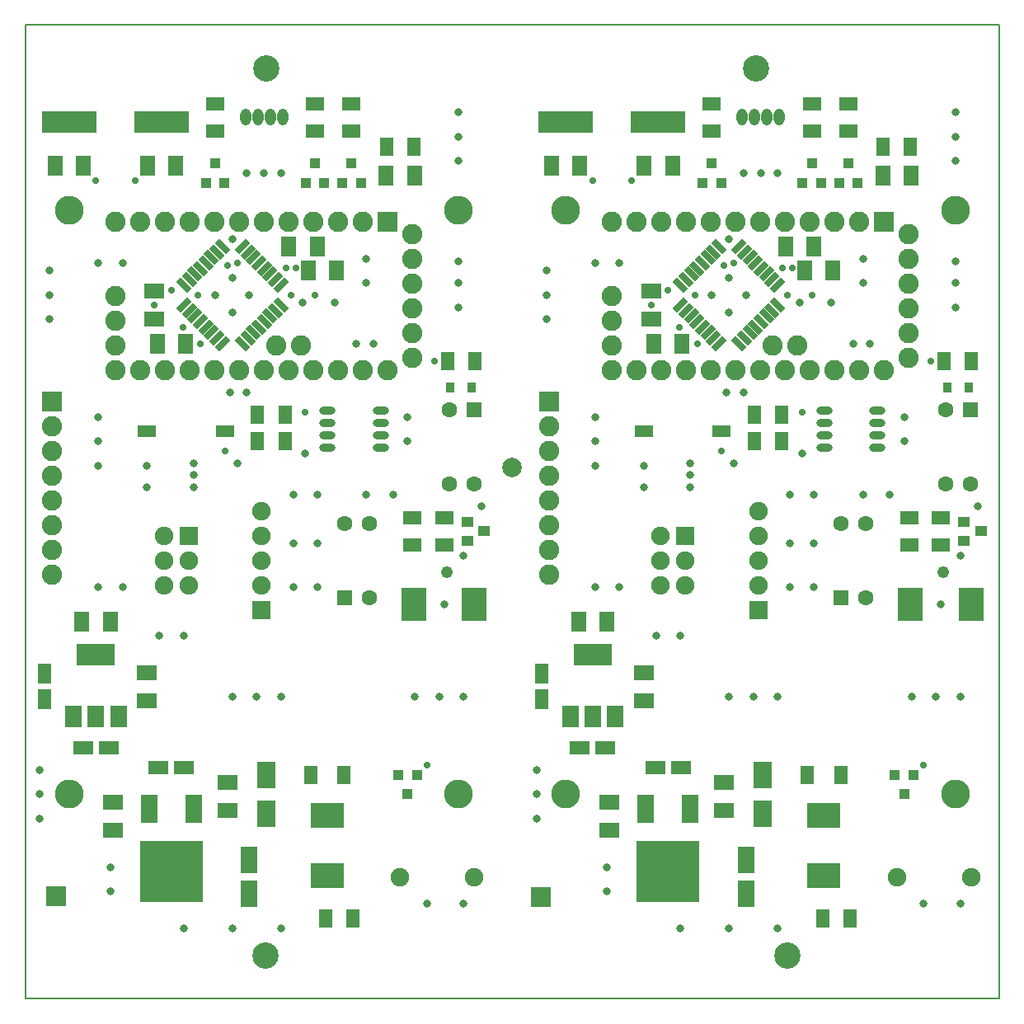
<source format=gts>
G04*
G04 #@! TF.GenerationSoftware,Altium Limited,Altium Designer,21.3.2 (30)*
G04*
G04 Layer_Color=8388736*
%FSLAX25Y25*%
%MOIN*%
G70*
G04*
G04 #@! TF.SameCoordinates,6AF4B204-6769-45D0-A42D-1EC1730201C4*
G04*
G04*
G04 #@! TF.FilePolarity,Negative*
G04*
G01*
G75*
%ADD38C,0.00787*%
%ADD61R,0.05918X0.07887*%
%ADD62R,0.22453X0.08674*%
%ADD63R,0.07480X0.04724*%
%ADD64R,0.07887X0.05918*%
%ADD65R,0.07099X0.10642*%
%ADD66R,0.07887X0.05642*%
%ADD67R,0.05642X0.07887*%
%ADD68R,0.10446X0.13202*%
%ADD69R,0.13202X0.10446*%
%ADD70R,0.07493X0.10642*%
%ADD71R,0.03261X0.04068*%
%ADD72R,0.05721X0.07296*%
%ADD73O,0.06509X0.03162*%
%ADD74R,0.04627X0.03958*%
%ADD75R,0.06706X0.08674*%
%ADD76R,0.15761X0.08674*%
%ADD77R,0.03950X0.04343*%
%ADD78R,0.07296X0.05524*%
%ADD79R,0.05524X0.07296*%
%ADD80R,0.25603X0.24816*%
%ADD81R,0.06706X0.11824*%
G04:AMPARAMS|DCode=82|XSize=25.59mil|YSize=62.99mil|CornerRadius=0mil|HoleSize=0mil|Usage=FLASHONLY|Rotation=225.000|XOffset=0mil|YOffset=0mil|HoleType=Round|Shape=Rectangle|*
%AMROTATEDRECTD82*
4,1,4,-0.01322,0.03132,0.03132,-0.01322,0.01322,-0.03132,-0.03132,0.01322,-0.01322,0.03132,0.0*
%
%ADD82ROTATEDRECTD82*%

G04:AMPARAMS|DCode=83|XSize=25.59mil|YSize=62.99mil|CornerRadius=0mil|HoleSize=0mil|Usage=FLASHONLY|Rotation=315.000|XOffset=0mil|YOffset=0mil|HoleType=Round|Shape=Rectangle|*
%AMROTATEDRECTD83*
4,1,4,-0.03132,-0.01322,0.01322,0.03132,0.03132,0.01322,-0.01322,-0.03132,-0.03132,-0.01322,0.0*
%
%ADD83ROTATEDRECTD83*%

%ADD84C,0.10642*%
%ADD85R,0.07887X0.07887*%
%ADD86C,0.07887*%
%ADD87C,0.08200*%
%ADD88R,0.08200X0.08200*%
%ADD89C,0.07493*%
%ADD90C,0.06312*%
%ADD91R,0.06312X0.06312*%
%ADD92O,0.04343X0.06706*%
%ADD93R,0.07493X0.07493*%
%ADD94R,0.08200X0.08200*%
%ADD95C,0.11627*%
%ADD96C,0.02800*%
%ADD97C,0.03300*%
%ADD98C,0.04800*%
D38*
X0Y0D02*
Y393701D01*
X393701D01*
Y0D02*
Y393701D01*
X0Y0D02*
X393701D01*
D61*
X106496Y304134D02*
D03*
X117913D02*
D03*
X34252Y152559D02*
D03*
X22835D02*
D03*
X53347Y264764D02*
D03*
X64764D02*
D03*
X114370Y294291D02*
D03*
X125787D02*
D03*
X157283Y332677D02*
D03*
X145866D02*
D03*
X49409Y336614D02*
D03*
X60827D02*
D03*
X12008D02*
D03*
X23425D02*
D03*
X307283Y304134D02*
D03*
X318701D02*
D03*
X235039Y152559D02*
D03*
X223622D02*
D03*
X254134Y264764D02*
D03*
X265551D02*
D03*
X315158Y294291D02*
D03*
X326575D02*
D03*
X358071Y332677D02*
D03*
X346654D02*
D03*
X250197Y336614D02*
D03*
X261614D02*
D03*
X212795D02*
D03*
X224213D02*
D03*
D62*
X17717Y354331D02*
D03*
X55118D02*
D03*
X218504D02*
D03*
X255906D02*
D03*
D63*
X49213Y229331D02*
D03*
X80709D02*
D03*
X250000D02*
D03*
X281496D02*
D03*
D64*
X52165Y286221D02*
D03*
Y274803D02*
D03*
X81693Y87402D02*
D03*
Y75984D02*
D03*
X35433Y68110D02*
D03*
Y79528D02*
D03*
X49213Y131693D02*
D03*
Y120276D02*
D03*
X252953Y286221D02*
D03*
Y274803D02*
D03*
X282480Y87402D02*
D03*
Y75984D02*
D03*
X236221Y68110D02*
D03*
Y79528D02*
D03*
X250000Y131693D02*
D03*
Y120276D02*
D03*
D65*
X90551Y56102D02*
D03*
Y42323D02*
D03*
X291339Y56102D02*
D03*
Y42323D02*
D03*
D66*
X64213Y93504D02*
D03*
X53898D02*
D03*
X23386Y101378D02*
D03*
X33701D02*
D03*
X265000Y93504D02*
D03*
X254685D02*
D03*
X224173Y101378D02*
D03*
X234488D02*
D03*
D67*
X7874Y121063D02*
D03*
Y131378D02*
D03*
X208661Y121063D02*
D03*
Y131378D02*
D03*
D68*
X181496Y159449D02*
D03*
X157087D02*
D03*
X382283D02*
D03*
X357874D02*
D03*
D69*
X122047Y49803D02*
D03*
Y74213D02*
D03*
X322835Y49803D02*
D03*
Y74213D02*
D03*
D70*
X97441Y90551D02*
D03*
Y74803D02*
D03*
X298228Y90551D02*
D03*
Y74803D02*
D03*
D71*
X171801Y247047D02*
D03*
X180561D02*
D03*
X372589D02*
D03*
X381348D02*
D03*
D72*
X115256Y90551D02*
D03*
X128839D02*
D03*
X316043D02*
D03*
X329626D02*
D03*
D73*
X122146Y237815D02*
D03*
Y232815D02*
D03*
Y227815D02*
D03*
Y222815D02*
D03*
X143602Y237815D02*
D03*
Y232815D02*
D03*
Y227815D02*
D03*
Y222815D02*
D03*
X322933Y237815D02*
D03*
Y232815D02*
D03*
Y227815D02*
D03*
Y222815D02*
D03*
X344390Y237815D02*
D03*
Y232815D02*
D03*
Y227815D02*
D03*
Y222815D02*
D03*
D74*
X185571Y188976D02*
D03*
X178602Y185236D02*
D03*
Y192717D02*
D03*
X386358Y188976D02*
D03*
X379390Y185236D02*
D03*
Y192717D02*
D03*
D75*
X19488Y114173D02*
D03*
X28543D02*
D03*
X37598D02*
D03*
X220276D02*
D03*
X229331D02*
D03*
X238386D02*
D03*
D76*
X28543Y138976D02*
D03*
X229331D02*
D03*
D77*
X158268Y90551D02*
D03*
X150787D02*
D03*
X154528Y82677D02*
D03*
X73032Y329724D02*
D03*
X80512D02*
D03*
X76772Y337598D02*
D03*
X113386Y329724D02*
D03*
X120866D02*
D03*
X117126Y337598D02*
D03*
X128150Y329724D02*
D03*
X135630D02*
D03*
X131890Y337598D02*
D03*
X359055Y90551D02*
D03*
X351575D02*
D03*
X355315Y82677D02*
D03*
X273819Y329724D02*
D03*
X281299D02*
D03*
X277559Y337598D02*
D03*
X314173Y329724D02*
D03*
X321654D02*
D03*
X317913Y337598D02*
D03*
X328937Y329724D02*
D03*
X336417D02*
D03*
X332677Y337598D02*
D03*
D78*
X156496Y183465D02*
D03*
Y194488D02*
D03*
X169291D02*
D03*
Y183465D02*
D03*
X76772Y361811D02*
D03*
Y350787D02*
D03*
X117126Y361811D02*
D03*
Y350787D02*
D03*
X131890Y361811D02*
D03*
Y350787D02*
D03*
X357283Y183465D02*
D03*
Y194488D02*
D03*
X370079D02*
D03*
Y183465D02*
D03*
X277559Y361811D02*
D03*
Y350787D02*
D03*
X317913Y361811D02*
D03*
Y350787D02*
D03*
X332677Y361811D02*
D03*
Y350787D02*
D03*
D79*
X170669Y257874D02*
D03*
X181693D02*
D03*
X121457Y32480D02*
D03*
X132480D02*
D03*
X146063Y344488D02*
D03*
X157087D02*
D03*
X104921Y236221D02*
D03*
X93898D02*
D03*
X104921Y225394D02*
D03*
X93898D02*
D03*
X371457Y257874D02*
D03*
X382480D02*
D03*
X322244Y32480D02*
D03*
X333268D02*
D03*
X346850Y344488D02*
D03*
X357874D02*
D03*
X305709Y236221D02*
D03*
X294685D02*
D03*
X305709Y225394D02*
D03*
X294685D02*
D03*
D80*
X58913Y51378D02*
D03*
X259701D02*
D03*
D81*
X67913Y76772D02*
D03*
X49913D02*
D03*
X268701D02*
D03*
X250701D02*
D03*
D82*
X103288Y280412D02*
D03*
X101061Y278185D02*
D03*
X98834Y275958D02*
D03*
X96606Y273731D02*
D03*
X94379Y271504D02*
D03*
X92152Y269277D02*
D03*
X89925Y267050D02*
D03*
X87698Y264822D02*
D03*
X64035Y288485D02*
D03*
X66262Y290713D02*
D03*
X68489Y292940D02*
D03*
X70716Y295167D02*
D03*
X72944Y297394D02*
D03*
X75171Y299621D02*
D03*
X77398Y301848D02*
D03*
X79625Y304075D02*
D03*
X304075Y280412D02*
D03*
X301848Y278185D02*
D03*
X299621Y275958D02*
D03*
X297394Y273731D02*
D03*
X295167Y271504D02*
D03*
X292940Y269277D02*
D03*
X290713Y267050D02*
D03*
X288486Y264822D02*
D03*
X264822Y288485D02*
D03*
X267050Y290713D02*
D03*
X269277Y292940D02*
D03*
X271504Y295167D02*
D03*
X273731Y297394D02*
D03*
X275958Y299621D02*
D03*
X278185Y301848D02*
D03*
X280412Y304075D02*
D03*
D83*
X79625Y264822D02*
D03*
X77398Y267050D02*
D03*
X75171Y269277D02*
D03*
X72944Y271504D02*
D03*
X70716Y273731D02*
D03*
X68489Y275958D02*
D03*
X66262Y278185D02*
D03*
X64035Y280412D02*
D03*
X87698Y304075D02*
D03*
X89925Y301848D02*
D03*
X92152Y299621D02*
D03*
X94379Y297394D02*
D03*
X96606Y295167D02*
D03*
X98834Y292940D02*
D03*
X101061Y290713D02*
D03*
X103288Y288485D02*
D03*
X280412Y264822D02*
D03*
X278185Y267050D02*
D03*
X275958Y269277D02*
D03*
X273731Y271504D02*
D03*
X271504Y273731D02*
D03*
X269277Y275958D02*
D03*
X267050Y278185D02*
D03*
X264822Y280412D02*
D03*
X288486Y304075D02*
D03*
X290713Y301848D02*
D03*
X292940Y299621D02*
D03*
X295167Y297394D02*
D03*
X297394Y295167D02*
D03*
X299621Y292940D02*
D03*
X301848Y290713D02*
D03*
X304075Y288485D02*
D03*
D84*
X308000Y17500D02*
D03*
X97000D02*
D03*
X295500Y376000D02*
D03*
X97500D02*
D03*
D85*
X12313Y41253D02*
D03*
X208575Y41227D02*
D03*
D86*
X196863Y214578D02*
D03*
D87*
X10827Y171260D02*
D03*
Y181260D02*
D03*
Y191260D02*
D03*
Y201260D02*
D03*
Y211260D02*
D03*
Y221260D02*
D03*
Y231260D02*
D03*
X136417Y313976D02*
D03*
X126417D02*
D03*
X116417D02*
D03*
X106417D02*
D03*
X96417D02*
D03*
X86417D02*
D03*
X76417D02*
D03*
X66417D02*
D03*
X56417D02*
D03*
X46417D02*
D03*
X36417D02*
D03*
Y253976D02*
D03*
X46417D02*
D03*
X56417D02*
D03*
X66417D02*
D03*
X76417D02*
D03*
X86417D02*
D03*
X96417D02*
D03*
X106417D02*
D03*
X116417D02*
D03*
X126417D02*
D03*
X136417D02*
D03*
X146417D02*
D03*
X156417Y258976D02*
D03*
Y268976D02*
D03*
Y278976D02*
D03*
Y288976D02*
D03*
Y298976D02*
D03*
Y308976D02*
D03*
X36417Y263976D02*
D03*
Y273976D02*
D03*
Y283976D02*
D03*
X101417Y263976D02*
D03*
X111417D02*
D03*
X211614Y171260D02*
D03*
Y181260D02*
D03*
Y191260D02*
D03*
Y201260D02*
D03*
Y211260D02*
D03*
Y221260D02*
D03*
Y231260D02*
D03*
X337205Y313976D02*
D03*
X327205D02*
D03*
X317205D02*
D03*
X307205D02*
D03*
X297205D02*
D03*
X287205D02*
D03*
X277205D02*
D03*
X267205D02*
D03*
X257205D02*
D03*
X247205D02*
D03*
X237205D02*
D03*
Y253976D02*
D03*
X247205D02*
D03*
X257205D02*
D03*
X267205D02*
D03*
X277205D02*
D03*
X287205D02*
D03*
X297205D02*
D03*
X307205D02*
D03*
X317205D02*
D03*
X327205D02*
D03*
X337205D02*
D03*
X347205D02*
D03*
X357205Y258976D02*
D03*
Y268976D02*
D03*
Y278976D02*
D03*
Y288976D02*
D03*
Y298976D02*
D03*
Y308976D02*
D03*
X237205Y263976D02*
D03*
Y273976D02*
D03*
Y283976D02*
D03*
X302205Y263976D02*
D03*
X312205D02*
D03*
D88*
X10827Y241260D02*
D03*
X211614D02*
D03*
D89*
X181496Y49213D02*
D03*
X151575D02*
D03*
X56102Y187165D02*
D03*
Y177165D02*
D03*
Y167165D02*
D03*
X66102Y177165D02*
D03*
Y167165D02*
D03*
X95472Y197165D02*
D03*
Y187165D02*
D03*
Y167165D02*
D03*
Y177165D02*
D03*
X382283Y49213D02*
D03*
X352362D02*
D03*
X256890Y187165D02*
D03*
Y177165D02*
D03*
Y167165D02*
D03*
X266890Y177165D02*
D03*
Y167165D02*
D03*
X296260Y197165D02*
D03*
Y187165D02*
D03*
Y167165D02*
D03*
Y177165D02*
D03*
D90*
X171260Y208189D02*
D03*
X181260D02*
D03*
X171260Y238189D02*
D03*
X138937Y161929D02*
D03*
X128937Y191929D02*
D03*
X138937D02*
D03*
X372047Y208189D02*
D03*
X382047D02*
D03*
X372047Y238189D02*
D03*
X339724Y161929D02*
D03*
X329724Y191929D02*
D03*
X339724D02*
D03*
D91*
X181260Y238189D02*
D03*
X128937Y161929D02*
D03*
X382047Y238189D02*
D03*
X329724Y161929D02*
D03*
D92*
X98957Y356299D02*
D03*
X93957D02*
D03*
X88957D02*
D03*
X103957D02*
D03*
X299744D02*
D03*
X294744D02*
D03*
X289744D02*
D03*
X304744D02*
D03*
D93*
X66102Y187165D02*
D03*
X95472Y157165D02*
D03*
X266890Y187165D02*
D03*
X296260Y157165D02*
D03*
D94*
X146417Y313976D02*
D03*
X347205D02*
D03*
D95*
X17717Y82677D02*
D03*
X175197D02*
D03*
X175197Y318898D02*
D03*
X17717D02*
D03*
X218504Y82677D02*
D03*
X375984D02*
D03*
X375984Y318898D02*
D03*
X218504D02*
D03*
D96*
X52165Y280512D02*
D03*
X59055Y286417D02*
D03*
X69882Y284449D02*
D03*
X117126D02*
D03*
X107283D02*
D03*
X105315Y295276D02*
D03*
X109252D02*
D03*
X63703Y271313D02*
D03*
X70866Y264764D02*
D03*
X28543Y330709D02*
D03*
X44291D02*
D03*
X81693Y296260D02*
D03*
X85630Y297244D02*
D03*
X162402Y94488D02*
D03*
X165354Y257874D02*
D03*
X80709Y221457D02*
D03*
X113189Y237205D02*
D03*
X252953Y280512D02*
D03*
X259842Y286417D02*
D03*
X270669Y284449D02*
D03*
X317913D02*
D03*
X308071D02*
D03*
X306102Y295276D02*
D03*
X310039D02*
D03*
X264490Y271313D02*
D03*
X271654Y264764D02*
D03*
X229331Y330709D02*
D03*
X245079D02*
D03*
X282480Y296260D02*
D03*
X286417Y297244D02*
D03*
X363189Y94488D02*
D03*
X366142Y257874D02*
D03*
X281496Y221457D02*
D03*
X313976Y237205D02*
D03*
D97*
X184375Y198925D02*
D03*
X89567Y245079D02*
D03*
X82677D02*
D03*
X133858Y264764D02*
D03*
X140755Y264832D02*
D03*
X154528Y225394D02*
D03*
Y235236D02*
D03*
X113189Y220472D02*
D03*
X148622Y203740D02*
D03*
X137795D02*
D03*
X177165Y179134D02*
D03*
X169291Y159449D02*
D03*
X118110Y166339D02*
D03*
X108268D02*
D03*
X118110Y203740D02*
D03*
X108268D02*
D03*
X118110Y184055D02*
D03*
X108268D02*
D03*
X177165Y122047D02*
D03*
X167323D02*
D03*
X157480D02*
D03*
X177165Y38386D02*
D03*
X162402D02*
D03*
X103347Y28543D02*
D03*
X83661D02*
D03*
X63976D02*
D03*
X34449Y43307D02*
D03*
Y53150D02*
D03*
X5906Y72835D02*
D03*
Y82677D02*
D03*
Y92520D02*
D03*
X103347Y122047D02*
D03*
X93504D02*
D03*
X83661D02*
D03*
X63976Y146653D02*
D03*
X54134D02*
D03*
X39370Y166339D02*
D03*
X29528D02*
D03*
X49213Y206693D02*
D03*
Y215551D02*
D03*
X29528D02*
D03*
Y225394D02*
D03*
Y235236D02*
D03*
X9843Y274606D02*
D03*
Y284449D02*
D03*
Y294291D02*
D03*
X29528Y297244D02*
D03*
X39370D02*
D03*
X83661Y307087D02*
D03*
X112205Y281496D02*
D03*
X125000D02*
D03*
X137795Y289370D02*
D03*
Y299213D02*
D03*
X175197Y279528D02*
D03*
Y289370D02*
D03*
Y298228D02*
D03*
Y338583D02*
D03*
Y348425D02*
D03*
Y358268D02*
D03*
X89567Y333661D02*
D03*
X96457D02*
D03*
X103347D02*
D03*
X83661Y277559D02*
D03*
X90551Y284449D02*
D03*
X83661Y291339D02*
D03*
X76772Y284449D02*
D03*
X85630Y216535D02*
D03*
X67913Y206693D02*
D03*
Y211614D02*
D03*
Y216535D02*
D03*
X385163Y198925D02*
D03*
X290354Y245079D02*
D03*
X283465D02*
D03*
X334646Y264764D02*
D03*
X341543Y264832D02*
D03*
X355315Y225394D02*
D03*
Y235236D02*
D03*
X313976Y220472D02*
D03*
X349410Y203740D02*
D03*
X338583D02*
D03*
X377953Y179134D02*
D03*
X370079Y159449D02*
D03*
X318898Y166339D02*
D03*
X309055D02*
D03*
X318898Y203740D02*
D03*
X309055D02*
D03*
X318898Y184055D02*
D03*
X309055D02*
D03*
X377953Y122047D02*
D03*
X368110D02*
D03*
X358268D02*
D03*
X377953Y38386D02*
D03*
X363189D02*
D03*
X304134Y28543D02*
D03*
X284449D02*
D03*
X264764D02*
D03*
X235236Y43307D02*
D03*
Y53150D02*
D03*
X206693Y72835D02*
D03*
Y82677D02*
D03*
Y92520D02*
D03*
X304134Y122047D02*
D03*
X294291D02*
D03*
X284449D02*
D03*
X264764Y146653D02*
D03*
X254921D02*
D03*
X240158Y166339D02*
D03*
X230315D02*
D03*
X250000Y206693D02*
D03*
Y215551D02*
D03*
X230315D02*
D03*
Y225394D02*
D03*
Y235236D02*
D03*
X210630Y274606D02*
D03*
Y284449D02*
D03*
Y294291D02*
D03*
X230315Y297244D02*
D03*
X240158D02*
D03*
X284449Y307087D02*
D03*
X312992Y281496D02*
D03*
X325787D02*
D03*
X338583Y289370D02*
D03*
Y299213D02*
D03*
X375984Y279528D02*
D03*
Y289370D02*
D03*
Y298228D02*
D03*
Y338583D02*
D03*
Y348425D02*
D03*
Y358268D02*
D03*
X290354Y333661D02*
D03*
X297244D02*
D03*
X304134D02*
D03*
X284449Y277559D02*
D03*
X291339Y284449D02*
D03*
X284449Y291339D02*
D03*
X277559Y284449D02*
D03*
X286417Y216535D02*
D03*
X268701Y206693D02*
D03*
Y211614D02*
D03*
Y216535D02*
D03*
D98*
X170276Y172244D02*
D03*
X371063D02*
D03*
M02*

</source>
